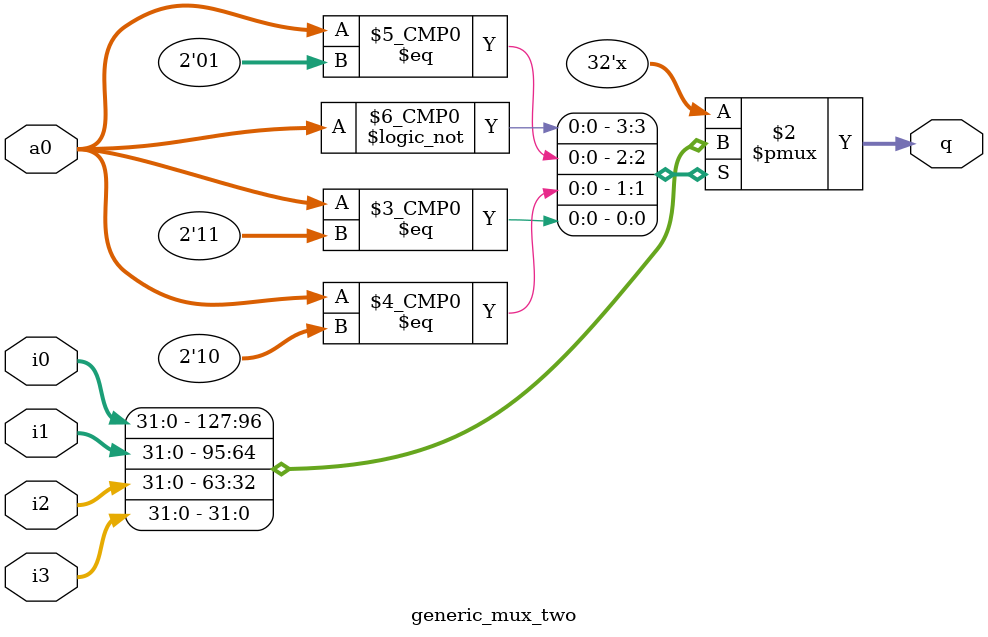
<source format=sv>
module generic_mux_two(
    input logic [31:0]i0,
    input logic [31:0]i1,
    input logic [31:0]i2,
    input logic [31:0]i3,

    input logic [1:0]a0,
    output logic [31:0] q
);

always_comb begin
    case (a0)
    2'b00 : q = i0;
    2'b01 : q = i1;
    2'b10 : q = i2;
    2'b11 : q = i3;
    default: q = i0;
    endcase
    
end

endmodule
</source>
